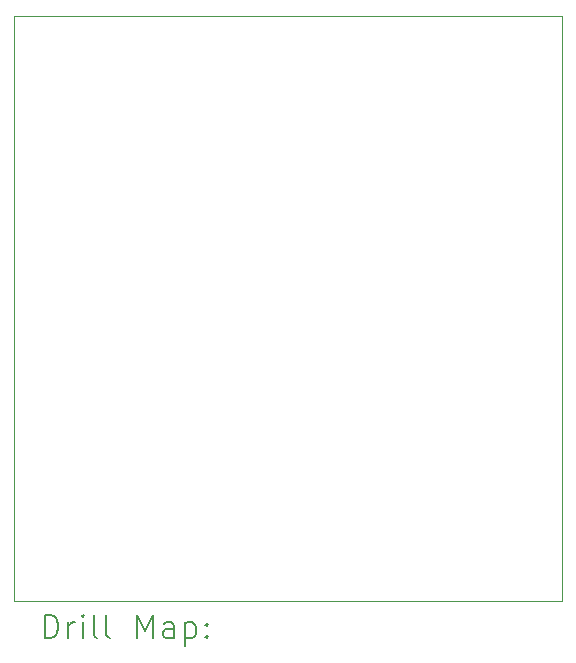
<source format=gbr>
%TF.GenerationSoftware,KiCad,Pcbnew,7.0.8*%
%TF.CreationDate,2023-10-24T07:18:39+02:00*%
%TF.ProjectId,convertisseur-video-atari-2600-secam-kit,636f6e76-6572-4746-9973-736575722d76,rev?*%
%TF.SameCoordinates,Original*%
%TF.FileFunction,Drillmap*%
%TF.FilePolarity,Positive*%
%FSLAX45Y45*%
G04 Gerber Fmt 4.5, Leading zero omitted, Abs format (unit mm)*
G04 Created by KiCad (PCBNEW 7.0.8) date 2023-10-24 07:18:39*
%MOMM*%
%LPD*%
G01*
G04 APERTURE LIST*
%ADD10C,0.100000*%
%ADD11C,0.200000*%
G04 APERTURE END LIST*
D10*
X12636500Y-7620000D02*
X8001000Y-7620000D01*
X8001000Y-7620000D02*
X8001000Y-12573000D01*
X12636500Y-7620000D02*
X12636500Y-12573000D01*
X12636500Y-12573000D02*
X8001000Y-12573000D01*
D11*
X8256777Y-12889484D02*
X8256777Y-12689484D01*
X8256777Y-12689484D02*
X8304396Y-12689484D01*
X8304396Y-12689484D02*
X8332967Y-12699008D01*
X8332967Y-12699008D02*
X8352015Y-12718055D01*
X8352015Y-12718055D02*
X8361539Y-12737103D01*
X8361539Y-12737103D02*
X8371062Y-12775198D01*
X8371062Y-12775198D02*
X8371062Y-12803769D01*
X8371062Y-12803769D02*
X8361539Y-12841865D01*
X8361539Y-12841865D02*
X8352015Y-12860912D01*
X8352015Y-12860912D02*
X8332967Y-12879960D01*
X8332967Y-12879960D02*
X8304396Y-12889484D01*
X8304396Y-12889484D02*
X8256777Y-12889484D01*
X8456777Y-12889484D02*
X8456777Y-12756150D01*
X8456777Y-12794246D02*
X8466301Y-12775198D01*
X8466301Y-12775198D02*
X8475824Y-12765674D01*
X8475824Y-12765674D02*
X8494872Y-12756150D01*
X8494872Y-12756150D02*
X8513920Y-12756150D01*
X8580586Y-12889484D02*
X8580586Y-12756150D01*
X8580586Y-12689484D02*
X8571063Y-12699008D01*
X8571063Y-12699008D02*
X8580586Y-12708531D01*
X8580586Y-12708531D02*
X8590110Y-12699008D01*
X8590110Y-12699008D02*
X8580586Y-12689484D01*
X8580586Y-12689484D02*
X8580586Y-12708531D01*
X8704396Y-12889484D02*
X8685348Y-12879960D01*
X8685348Y-12879960D02*
X8675824Y-12860912D01*
X8675824Y-12860912D02*
X8675824Y-12689484D01*
X8809158Y-12889484D02*
X8790110Y-12879960D01*
X8790110Y-12879960D02*
X8780586Y-12860912D01*
X8780586Y-12860912D02*
X8780586Y-12689484D01*
X9037729Y-12889484D02*
X9037729Y-12689484D01*
X9037729Y-12689484D02*
X9104396Y-12832341D01*
X9104396Y-12832341D02*
X9171063Y-12689484D01*
X9171063Y-12689484D02*
X9171063Y-12889484D01*
X9352015Y-12889484D02*
X9352015Y-12784722D01*
X9352015Y-12784722D02*
X9342491Y-12765674D01*
X9342491Y-12765674D02*
X9323444Y-12756150D01*
X9323444Y-12756150D02*
X9285348Y-12756150D01*
X9285348Y-12756150D02*
X9266301Y-12765674D01*
X9352015Y-12879960D02*
X9332967Y-12889484D01*
X9332967Y-12889484D02*
X9285348Y-12889484D01*
X9285348Y-12889484D02*
X9266301Y-12879960D01*
X9266301Y-12879960D02*
X9256777Y-12860912D01*
X9256777Y-12860912D02*
X9256777Y-12841865D01*
X9256777Y-12841865D02*
X9266301Y-12822817D01*
X9266301Y-12822817D02*
X9285348Y-12813293D01*
X9285348Y-12813293D02*
X9332967Y-12813293D01*
X9332967Y-12813293D02*
X9352015Y-12803769D01*
X9447253Y-12756150D02*
X9447253Y-12956150D01*
X9447253Y-12765674D02*
X9466301Y-12756150D01*
X9466301Y-12756150D02*
X9504396Y-12756150D01*
X9504396Y-12756150D02*
X9523444Y-12765674D01*
X9523444Y-12765674D02*
X9532967Y-12775198D01*
X9532967Y-12775198D02*
X9542491Y-12794246D01*
X9542491Y-12794246D02*
X9542491Y-12851388D01*
X9542491Y-12851388D02*
X9532967Y-12870436D01*
X9532967Y-12870436D02*
X9523444Y-12879960D01*
X9523444Y-12879960D02*
X9504396Y-12889484D01*
X9504396Y-12889484D02*
X9466301Y-12889484D01*
X9466301Y-12889484D02*
X9447253Y-12879960D01*
X9628205Y-12870436D02*
X9637729Y-12879960D01*
X9637729Y-12879960D02*
X9628205Y-12889484D01*
X9628205Y-12889484D02*
X9618682Y-12879960D01*
X9618682Y-12879960D02*
X9628205Y-12870436D01*
X9628205Y-12870436D02*
X9628205Y-12889484D01*
X9628205Y-12765674D02*
X9637729Y-12775198D01*
X9637729Y-12775198D02*
X9628205Y-12784722D01*
X9628205Y-12784722D02*
X9618682Y-12775198D01*
X9618682Y-12775198D02*
X9628205Y-12765674D01*
X9628205Y-12765674D02*
X9628205Y-12784722D01*
M02*

</source>
